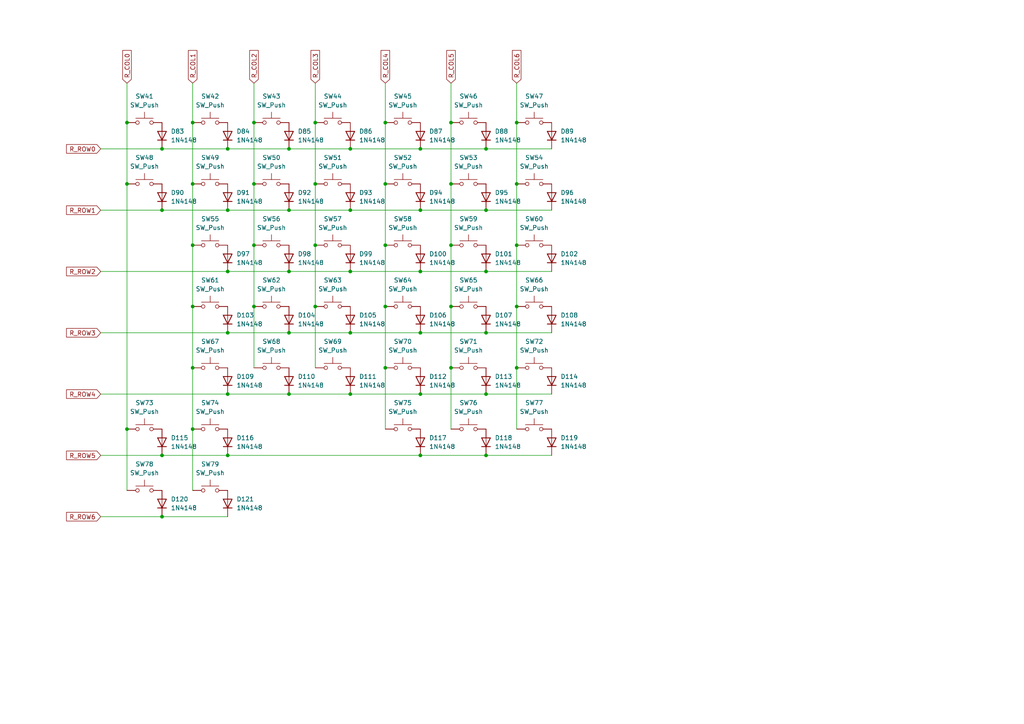
<source format=kicad_sch>
(kicad_sch (version 20250114) (generator "eeschema") (generator_version "9.0")
  (paper "A4")
  (lib_symbols
    (symbol "Diode:1N4148" (pin_numbers (hide yes)) (pin_names (hide yes))
      (property "Reference" "D" (at 0 2.54 0))
      (property "Value" "1N4148" (at 0 -2.54 0))
      (symbol "1N4148_0_1"
        (polyline (pts (xy -1.27 1.27) (xy -1.27 -1.27)) (stroke (width 0.254)))
        (polyline (pts (xy 1.27 1.27) (xy 1.27 -1.27) (xy -1.27 0) (xy 1.27 1.27)) (stroke (width 0.254)))
        (polyline (pts (xy 1.27 0) (xy -1.27 0)))
      )
      (symbol "1N4148_1_1"
        (pin passive line (at -3.81 0 0) (length 2.54) (name "K") (number "1"))
        (pin passive line (at 3.81 0 180) (length 2.54) (name "A") (number "2"))
      )
    )
    (symbol "Switch:SW_Push" (pin_numbers (hide yes)) (pin_names (offset 1.016) (hide yes))
      (property "Reference" "SW" (at 1.27 2.54 0))
      (property "Value" "SW_Push" (at 0 -1.524 0))
      (symbol "SW_Push_0_1"
        (circle (center -2.032 0) (radius 0.508))
        (polyline (pts (xy 0 1.27) (xy 0 3.048)))
        (circle (center 2.032 0) (radius 0.508))
        (polyline (pts (xy 2.54 1.27) (xy -2.54 1.27)))
        (pin passive line (at -5.08 0 0) (length 2.54) (name "1") (number "1"))
        (pin passive line (at 5.08 0 180) (length 2.54) (name "2") (number "2"))
      )
    )
  )
  (junction (at 55.88 106.68))
  (junction (at 55.88 124.46))
  (junction (at 46.99 149.86))
  (junction (at 101.6 78.74))
  (junction (at 130.81 88.9))
  (junction (at 130.81 35.56))
  (junction (at 111.76 106.68))
  (junction (at 91.44 88.9))
  (junction (at 55.88 71.12))
  (junction (at 91.44 53.34))
  (junction (at 46.99 43.18))
  (junction (at 73.66 35.56))
  (junction (at 83.82 78.74))
  (junction (at 111.76 35.56))
  (junction (at 121.92 78.74))
  (junction (at 121.92 132.08))
  (junction (at 66.04 43.18))
  (junction (at 149.86 53.34))
  (junction (at 111.76 71.12))
  (junction (at 66.04 60.96))
  (junction (at 111.76 88.9))
  (junction (at 46.99 60.96))
  (junction (at 83.82 114.3))
  (junction (at 66.04 132.08))
  (junction (at 140.97 114.3))
  (junction (at 46.99 132.08))
  (junction (at 130.81 53.34))
  (junction (at 140.97 132.08))
  (junction (at 121.92 96.52))
  (junction (at 36.83 35.56))
  (junction (at 101.6 114.3))
  (junction (at 66.04 96.52))
  (junction (at 73.66 71.12))
  (junction (at 83.82 96.52))
  (junction (at 101.6 96.52))
  (junction (at 66.04 114.3))
  (junction (at 149.86 106.68))
  (junction (at 91.44 35.56))
  (junction (at 55.88 53.34))
  (junction (at 36.83 124.46))
  (junction (at 140.97 43.18))
  (junction (at 101.6 43.18))
  (junction (at 149.86 71.12))
  (junction (at 130.81 106.68))
  (junction (at 111.76 53.34))
  (junction (at 140.97 78.74))
  (junction (at 149.86 88.9))
  (junction (at 55.88 35.56))
  (junction (at 36.83 53.34))
  (junction (at 73.66 88.9))
  (junction (at 140.97 96.52))
  (junction (at 73.66 53.34))
  (junction (at 149.86 35.56))
  (junction (at 121.92 114.3))
  (junction (at 121.92 60.96))
  (junction (at 121.92 43.18))
  (junction (at 66.04 78.74))
  (junction (at 83.82 60.96))
  (junction (at 101.6 60.96))
  (junction (at 91.44 71.12))
  (junction (at 130.81 71.12))
  (junction (at 140.97 60.96))
  (junction (at 55.88 88.9))
  (junction (at 83.82 43.18))
  (wire (pts (xy 55.88 124.46) (xy 55.88 142.24)))
  (wire (pts (xy 66.04 96.52) (xy 83.82 96.52)))
  (wire (pts (xy 111.76 53.34) (xy 111.76 71.12)))
  (wire (pts (xy 55.88 71.12) (xy 55.88 88.9)))
  (wire (pts (xy 121.92 43.18) (xy 140.97 43.18)))
  (wire (pts (xy 36.83 124.46) (xy 36.83 142.24)))
  (wire (pts (xy 149.86 88.9) (xy 149.86 106.68)))
  (wire (pts (xy 130.81 71.12) (xy 130.81 88.9)))
  (wire (pts (xy 130.81 88.9) (xy 130.81 106.68)))
  (wire (pts (xy 46.99 60.96) (xy 66.04 60.96)))
  (wire (pts (xy 111.76 71.12) (xy 111.76 88.9)))
  (wire (pts (xy 83.82 60.96) (xy 101.6 60.96)))
  (wire (pts (xy 83.82 96.52) (xy 101.6 96.52)))
  (wire (pts (xy 36.83 53.34) (xy 36.83 124.46)))
  (wire (pts (xy 130.81 24.13) (xy 130.81 35.56)))
  (wire (pts (xy 111.76 24.13) (xy 111.76 35.56)))
  (wire (pts (xy 101.6 114.3) (xy 121.92 114.3)))
  (wire (pts (xy 149.86 71.12) (xy 149.86 88.9)))
  (wire (pts (xy 73.66 88.9) (xy 73.66 106.68)))
  (wire (pts (xy 140.97 114.3) (xy 160.02 114.3)))
  (wire (pts (xy 29.21 60.96) (xy 46.99 60.96)))
  (wire (pts (xy 66.04 60.96) (xy 83.82 60.96)))
  (wire (pts (xy 36.83 35.56) (xy 36.83 53.34)))
  (wire (pts (xy 29.21 149.86) (xy 46.99 149.86)))
  (wire (pts (xy 121.92 114.3) (xy 140.97 114.3)))
  (wire (pts (xy 121.92 96.52) (xy 140.97 96.52)))
  (wire (pts (xy 73.66 53.34) (xy 73.66 71.12)))
  (wire (pts (xy 29.21 114.3) (xy 66.04 114.3)))
  (wire (pts (xy 91.44 71.12) (xy 91.44 88.9)))
  (wire (pts (xy 66.04 43.18) (xy 83.82 43.18)))
  (wire (pts (xy 46.99 149.86) (xy 66.04 149.86)))
  (wire (pts (xy 73.66 71.12) (xy 73.66 88.9)))
  (wire (pts (xy 140.97 43.18) (xy 160.02 43.18)))
  (wire (pts (xy 29.21 78.74) (xy 66.04 78.74)))
  (wire (pts (xy 130.81 106.68) (xy 130.81 124.46)))
  (wire (pts (xy 55.88 88.9) (xy 55.88 106.68)))
  (wire (pts (xy 29.21 96.52) (xy 66.04 96.52)))
  (wire (pts (xy 55.88 35.56) (xy 55.88 53.34)))
  (wire (pts (xy 46.99 132.08) (xy 66.04 132.08)))
  (wire (pts (xy 83.82 43.18) (xy 101.6 43.18)))
  (wire (pts (xy 55.88 53.34) (xy 55.88 71.12)))
  (wire (pts (xy 83.82 78.74) (xy 101.6 78.74)))
  (wire (pts (xy 121.92 132.08) (xy 140.97 132.08)))
  (wire (pts (xy 130.81 53.34) (xy 130.81 71.12)))
  (wire (pts (xy 66.04 132.08) (xy 121.92 132.08)))
  (wire (pts (xy 140.97 78.74) (xy 160.02 78.74)))
  (wire (pts (xy 101.6 96.52) (xy 121.92 96.52)))
  (wire (pts (xy 46.99 43.18) (xy 66.04 43.18)))
  (wire (pts (xy 130.81 35.56) (xy 130.81 53.34)))
  (wire (pts (xy 149.86 24.13) (xy 149.86 35.56)))
  (wire (pts (xy 149.86 35.56) (xy 149.86 53.34)))
  (wire (pts (xy 55.88 106.68) (xy 55.88 124.46)))
  (wire (pts (xy 121.92 78.74) (xy 140.97 78.74)))
  (wire (pts (xy 66.04 78.74) (xy 83.82 78.74)))
  (wire (pts (xy 29.21 132.08) (xy 46.99 132.08)))
  (wire (pts (xy 140.97 60.96) (xy 160.02 60.96)))
  (wire (pts (xy 55.88 24.13) (xy 55.88 35.56)))
  (wire (pts (xy 140.97 132.08) (xy 160.02 132.08)))
  (wire (pts (xy 29.21 43.18) (xy 46.99 43.18)))
  (wire (pts (xy 149.86 53.34) (xy 149.86 71.12)))
  (wire (pts (xy 111.76 88.9) (xy 111.76 106.68)))
  (wire (pts (xy 91.44 24.13) (xy 91.44 35.56)))
  (wire (pts (xy 83.82 114.3) (xy 101.6 114.3)))
  (wire (pts (xy 111.76 35.56) (xy 111.76 53.34)))
  (wire (pts (xy 66.04 114.3) (xy 83.82 114.3)))
  (wire (pts (xy 36.83 24.13) (xy 36.83 35.56)))
  (wire (pts (xy 101.6 78.74) (xy 121.92 78.74)))
  (wire (pts (xy 73.66 24.13) (xy 73.66 35.56)))
  (wire (pts (xy 101.6 60.96) (xy 121.92 60.96)))
  (wire (pts (xy 121.92 60.96) (xy 140.97 60.96)))
  (wire (pts (xy 91.44 35.56) (xy 91.44 53.34)))
  (wire (pts (xy 91.44 53.34) (xy 91.44 71.12)))
  (wire (pts (xy 101.6 43.18) (xy 121.92 43.18)))
  (wire (pts (xy 91.44 88.9) (xy 91.44 106.68)))
  (wire (pts (xy 149.86 106.68) (xy 149.86 124.46)))
  (wire (pts (xy 140.97 96.52) (xy 160.02 96.52)))
  (wire (pts (xy 73.66 35.56) (xy 73.66 53.34)))
  (wire (pts (xy 111.76 106.68) (xy 111.76 124.46)))
  (global_label "R_ROW1" (shape input) (at 29.21 60.96 180) (property "Intersheetrefs" "${INTERSHEET_REFS}" (effects (hide yes))))
  (global_label "R_ROW6" (shape input) (at 29.21 149.86 180) (property "Intersheetrefs" "${INTERSHEET_REFS}" (effects (hide yes))))
  (global_label "R_ROW5" (shape input) (at 29.21 132.08 180) (property "Intersheetrefs" "${INTERSHEET_REFS}" (effects (hide yes))))
  (global_label "R_ROW4" (shape input) (at 29.21 114.3 180) (property "Intersheetrefs" "${INTERSHEET_REFS}" (effects (hide yes))))
  (global_label "R_ROW0" (shape input) (at 29.21 43.18 180) (property "Intersheetrefs" "${INTERSHEET_REFS}" (effects (hide yes))))
  (global_label "R_COL2" (shape input) (at 73.66 24.13 90) (property "Intersheetrefs" "${INTERSHEET_REFS}" (effects (hide yes))))
  (global_label "R_COL5" (shape input) (at 130.81 24.13 90) (property "Intersheetrefs" "${INTERSHEET_REFS}" (effects (hide yes))))
  (global_label "R_COL1" (shape input) (at 55.88 24.13 90) (property "Intersheetrefs" "${INTERSHEET_REFS}" (effects (hide yes))))
  (global_label "R_COL0" (shape input) (at 36.83 24.13 90) (property "Intersheetrefs" "${INTERSHEET_REFS}" (effects (hide yes))))
  (global_label "R_COL3" (shape input) (at 91.44 24.13 90) (property "Intersheetrefs" "${INTERSHEET_REFS}" (effects (hide yes))))
  (global_label "R_ROW3" (shape input) (at 29.21 96.52 180) (property "Intersheetrefs" "${INTERSHEET_REFS}" (effects (hide yes))))
  (global_label "R_COL4" (shape input) (at 111.76 24.13 90) (property "Intersheetrefs" "${INTERSHEET_REFS}" (effects (hide yes))))
  (global_label "R_COL6" (shape input) (at 149.86 24.13 90) (property "Intersheetrefs" "${INTERSHEET_REFS}" (effects (hide yes))))
  (global_label "R_ROW2" (shape input) (at 29.21 78.74 180) (property "Intersheetrefs" "${INTERSHEET_REFS}" (effects (hide yes))))
  (symbol (lib_id "Diode:1N4148") (at 46.99 146.05 90) (unit 1)
    (property "Reference" "D120" (at 49.53 144.7799 90) (effects (justify right)))
    (property "Value" "1N4148" (at 49.53 147.3199 90) (effects (justify right)))
    (property "Footprint" "Diode_THT:D_DO-35_SOD27_P7.62mm_Horizontal" (effects (hide yes)))
    (property "Datasheet" "https://assets.nexperia.com/documents/data-sheet/1N4148_1N4448.pdf" (effects (hide yes)))
    (property "Description" "100V 0.15A standard switching diode, DO-35" (effects (hide yes)))
    (property "Sim.Device" "D" (effects (hide yes)))
    (property "Sim.Pins" "1=K 2=A" (effects (hide yes)))
  )
  (symbol (lib_id "Switch:SW_Push") (at 96.52 35.56 0) (unit 1)
    (property "Reference" "SW44" (at 96.52 27.94 0))
    (property "Value" "SW_Push" (at 96.52 30.48 0))
    (property "Footprint" "PCM_marbastlib-xp-gateron_lp:SW_KS33_HS_KS-2P02B01-02_HS_1u" (effects (hide yes)))
    (property "Description" "Push button switch, generic, two pins" (effects (hide yes)))
  )
  (symbol (lib_id "Diode:1N4148") (at 46.99 57.15 90) (unit 1)
    (property "Reference" "D90" (at 49.53 55.8799 90) (effects (justify right)))
    (property "Value" "1N4148" (at 49.53 58.4199 90) (effects (justify right)))
    (property "Footprint" "Diode_THT:D_DO-35_SOD27_P7.62mm_Horizontal" (effects (hide yes)))
    (property "Datasheet" "https://assets.nexperia.com/documents/data-sheet/1N4148_1N4448.pdf" (effects (hide yes)))
    (property "Description" "100V 0.15A standard switching diode, DO-35" (effects (hide yes)))
    (property "Sim.Device" "D" (effects (hide yes)))
    (property "Sim.Pins" "1=K 2=A" (effects (hide yes)))
  )
  (symbol (lib_id "Diode:1N4148") (at 140.97 92.71 90) (unit 1)
    (property "Reference" "D107" (at 143.51 91.4399 90) (effects (justify right)))
    (property "Value" "1N4148" (at 143.51 93.9799 90) (effects (justify right)))
    (property "Footprint" "Diode_THT:D_DO-35_SOD27_P7.62mm_Horizontal" (effects (hide yes)))
    (property "Datasheet" "https://assets.nexperia.com/documents/data-sheet/1N4148_1N4448.pdf" (effects (hide yes)))
    (property "Description" "100V 0.15A standard switching diode, DO-35" (effects (hide yes)))
    (property "Sim.Device" "D" (effects (hide yes)))
    (property "Sim.Pins" "1=K 2=A" (effects (hide yes)))
  )
  (symbol (lib_id "Diode:1N4148") (at 101.6 39.37 90) (unit 1)
    (property "Reference" "D86" (at 104.14 38.0999 90) (effects (justify right)))
    (property "Value" "1N4148" (at 104.14 40.6399 90) (effects (justify right)))
    (property "Footprint" "Diode_THT:D_DO-35_SOD27_P7.62mm_Horizontal" (effects (hide yes)))
    (property "Datasheet" "https://assets.nexperia.com/documents/data-sheet/1N4148_1N4448.pdf" (effects (hide yes)))
    (property "Description" "100V 0.15A standard switching diode, DO-35" (effects (hide yes)))
    (property "Sim.Device" "D" (effects (hide yes)))
    (property "Sim.Pins" "1=K 2=A" (effects (hide yes)))
  )
  (symbol (lib_id "Switch:SW_Push") (at 116.84 35.56 0) (unit 1)
    (property "Reference" "SW45" (at 116.84 27.94 0))
    (property "Value" "SW_Push" (at 116.84 30.48 0))
    (property "Footprint" "PCM_marbastlib-xp-gateron_lp:SW_KS33_HS_KS-2P02B01-02_HS_1u" (effects (hide yes)))
    (property "Description" "Push button switch, generic, two pins" (effects (hide yes)))
  )
  (symbol (lib_id "Switch:SW_Push") (at 135.89 71.12 0) (unit 1)
    (property "Reference" "SW59" (at 135.89 63.5 0))
    (property "Value" "SW_Push" (at 135.89 66.04 0))
    (property "Footprint" "PCM_marbastlib-xp-gateron_lp:SW_KS33_HS_KS-2P02B01-02_HS_1u" (effects (hide yes)))
    (property "Description" "Push button switch, generic, two pins" (effects (hide yes)))
  )
  (symbol (lib_id "Switch:SW_Push") (at 96.52 71.12 0) (unit 1)
    (property "Reference" "SW57" (at 96.52 63.5 0))
    (property "Value" "SW_Push" (at 96.52 66.04 0))
    (property "Footprint" "PCM_marbastlib-xp-gateron_lp:SW_KS33_HS_KS-2P02B01-02_HS_1u" (effects (hide yes)))
    (property "Description" "Push button switch, generic, two pins" (effects (hide yes)))
  )
  (symbol (lib_id "Diode:1N4148") (at 160.02 57.15 90) (unit 1)
    (property "Reference" "D96" (at 162.56 55.8799 90) (effects (justify right)))
    (property "Value" "1N4148" (at 162.56 58.4199 90) (effects (justify right)))
    (property "Footprint" "Diode_THT:D_DO-35_SOD27_P7.62mm_Horizontal" (effects (hide yes)))
    (property "Datasheet" "https://assets.nexperia.com/documents/data-sheet/1N4148_1N4448.pdf" (effects (hide yes)))
    (property "Description" "100V 0.15A standard switching diode, DO-35" (effects (hide yes)))
    (property "Sim.Device" "D" (effects (hide yes)))
    (property "Sim.Pins" "1=K 2=A" (effects (hide yes)))
  )
  (symbol (lib_id "Diode:1N4148") (at 66.04 110.49 90) (unit 1)
    (property "Reference" "D109" (at 68.58 109.2199 90) (effects (justify right)))
    (property "Value" "1N4148" (at 68.58 111.7599 90) (effects (justify right)))
    (property "Footprint" "Diode_THT:D_DO-35_SOD27_P7.62mm_Horizontal" (effects (hide yes)))
    (property "Datasheet" "https://assets.nexperia.com/documents/data-sheet/1N4148_1N4448.pdf" (effects (hide yes)))
    (property "Description" "100V 0.15A standard switching diode, DO-35" (effects (hide yes)))
    (property "Sim.Device" "D" (effects (hide yes)))
    (property "Sim.Pins" "1=K 2=A" (effects (hide yes)))
  )
  (symbol (lib_id "Diode:1N4148") (at 160.02 110.49 90) (unit 1)
    (property "Reference" "D114" (at 162.56 109.2199 90) (effects (justify right)))
    (property "Value" "1N4148" (at 162.56 111.7599 90) (effects (justify right)))
    (property "Footprint" "Diode_THT:D_DO-35_SOD27_P7.62mm_Horizontal" (effects (hide yes)))
    (property "Datasheet" "https://assets.nexperia.com/documents/data-sheet/1N4148_1N4448.pdf" (effects (hide yes)))
    (property "Description" "100V 0.15A standard switching diode, DO-35" (effects (hide yes)))
    (property "Sim.Device" "D" (effects (hide yes)))
    (property "Sim.Pins" "1=K 2=A" (effects (hide yes)))
  )
  (symbol (lib_id "Switch:SW_Push") (at 116.84 53.34 0) (unit 1)
    (property "Reference" "SW52" (at 116.84 45.72 0))
    (property "Value" "SW_Push" (at 116.84 48.26 0))
    (property "Footprint" "PCM_marbastlib-xp-gateron_lp:SW_KS33_HS_KS-2P02B01-02_HS_1u" (effects (hide yes)))
    (property "Description" "Push button switch, generic, two pins" (effects (hide yes)))
  )
  (symbol (lib_id "Diode:1N4148") (at 101.6 110.49 90) (unit 1)
    (property "Reference" "D111" (at 104.14 109.2199 90) (effects (justify right)))
    (property "Value" "1N4148" (at 104.14 111.7599 90) (effects (justify right)))
    (property "Footprint" "Diode_THT:D_DO-35_SOD27_P7.62mm_Horizontal" (effects (hide yes)))
    (property "Datasheet" "https://assets.nexperia.com/documents/data-sheet/1N4148_1N4448.pdf" (effects (hide yes)))
    (property "Description" "100V 0.15A standard switching diode, DO-35" (effects (hide yes)))
    (property "Sim.Device" "D" (effects (hide yes)))
    (property "Sim.Pins" "1=K 2=A" (effects (hide yes)))
  )
  (symbol (lib_id "Switch:SW_Push") (at 96.52 88.9 0) (unit 1)
    (property "Reference" "SW63" (at 96.52 81.28 0))
    (property "Value" "SW_Push" (at 96.52 83.82 0))
    (property "Footprint" "PCM_marbastlib-xp-gateron_lp:SW_KS33_HS_KS-2P02B01-02_HS_1u" (effects (hide yes)))
    (property "Description" "Push button switch, generic, two pins" (effects (hide yes)))
  )
  (symbol (lib_id "Switch:SW_Push") (at 78.74 88.9 0) (unit 1)
    (property "Reference" "SW62" (at 78.74 81.28 0))
    (property "Value" "SW_Push" (at 78.74 83.82 0))
    (property "Footprint" "PCM_marbastlib-xp-gateron_lp:SW_KS33_HS_KS-2P02B01-02_HS_1u" (effects (hide yes)))
    (property "Description" "Push button switch, generic, two pins" (effects (hide yes)))
  )
  (symbol (lib_id "Switch:SW_Push") (at 41.91 142.24 0) (unit 1)
    (property "Reference" "SW78" (at 41.91 134.62 0))
    (property "Value" "SW_Push" (at 41.91 137.16 0))
    (property "Footprint" "PCM_marbastlib-xp-gateron_lp:SW_KS33_HS_KS-2P02B01-02_1.75u" (effects (hide yes)))
    (property "Description" "Push button switch, generic, two pins" (effects (hide yes)))
  )
  (symbol (lib_id "Diode:1N4148") (at 101.6 92.71 90) (unit 1)
    (property "Reference" "D105" (at 104.14 91.4399 90) (effects (justify right)))
    (property "Value" "1N4148" (at 104.14 93.9799 90) (effects (justify right)))
    (property "Footprint" "Diode_THT:D_DO-35_SOD27_P7.62mm_Horizontal" (effects (hide yes)))
    (property "Datasheet" "https://assets.nexperia.com/documents/data-sheet/1N4148_1N4448.pdf" (effects (hide yes)))
    (property "Description" "100V 0.15A standard switching diode, DO-35" (effects (hide yes)))
    (property "Sim.Device" "D" (effects (hide yes)))
    (property "Sim.Pins" "1=K 2=A" (effects (hide yes)))
  )
  (symbol (lib_id "Diode:1N4148") (at 121.92 57.15 90) (unit 1)
    (property "Reference" "D94" (at 124.46 55.8799 90) (effects (justify right)))
    (property "Value" "1N4148" (at 124.46 58.4199 90) (effects (justify right)))
    (property "Footprint" "Diode_THT:D_DO-35_SOD27_P7.62mm_Horizontal" (effects (hide yes)))
    (property "Datasheet" "https://assets.nexperia.com/documents/data-sheet/1N4148_1N4448.pdf" (effects (hide yes)))
    (property "Description" "100V 0.15A standard switching diode, DO-35" (effects (hide yes)))
    (property "Sim.Device" "D" (effects (hide yes)))
    (property "Sim.Pins" "1=K 2=A" (effects (hide yes)))
  )
  (symbol (lib_id "Diode:1N4148") (at 121.92 110.49 90) (unit 1)
    (property "Reference" "D112" (at 124.46 109.2199 90) (effects (justify right)))
    (property "Value" "1N4148" (at 124.46 111.7599 90) (effects (justify right)))
    (property "Footprint" "Diode_THT:D_DO-35_SOD27_P7.62mm_Horizontal" (effects (hide yes)))
    (property "Datasheet" "https://assets.nexperia.com/documents/data-sheet/1N4148_1N4448.pdf" (effects (hide yes)))
    (property "Description" "100V 0.15A standard switching diode, DO-35" (effects (hide yes)))
    (property "Sim.Device" "D" (effects (hide yes)))
    (property "Sim.Pins" "1=K 2=A" (effects (hide yes)))
  )
  (symbol (lib_id "Diode:1N4148") (at 121.92 39.37 90) (unit 1)
    (property "Reference" "D87" (at 124.46 38.0999 90) (effects (justify right)))
    (property "Value" "1N4148" (at 124.46 40.6399 90) (effects (justify right)))
    (property "Footprint" "Diode_THT:D_DO-35_SOD27_P7.62mm_Horizontal" (effects (hide yes)))
    (property "Datasheet" "https://assets.nexperia.com/documents/data-sheet/1N4148_1N4448.pdf" (effects (hide yes)))
    (property "Description" "100V 0.15A standard switching diode, DO-35" (effects (hide yes)))
    (property "Sim.Device" "D" (effects (hide yes)))
    (property "Sim.Pins" "1=K 2=A" (effects (hide yes)))
  )
  (symbol (lib_id "Switch:SW_Push") (at 135.89 88.9 0) (unit 1)
    (property "Reference" "SW65" (at 135.89 81.28 0))
    (property "Value" "SW_Push" (at 135.89 83.82 0))
    (property "Footprint" "PCM_marbastlib-xp-gateron_lp:SW_KS33_HS_KS-2P02B01-02_HS_1u" (effects (hide yes)))
    (property "Description" "Push button switch, generic, two pins" (effects (hide yes)))
  )
  (symbol (lib_id "Switch:SW_Push") (at 116.84 71.12 0) (unit 1)
    (property "Reference" "SW58" (at 116.84 63.5 0))
    (property "Value" "SW_Push" (at 116.84 66.04 0))
    (property "Footprint" "PCM_marbastlib-xp-gateron_lp:SW_KS33_HS_KS-2P02B01-02_HS_1u" (effects (hide yes)))
    (property "Description" "Push button switch, generic, two pins" (effects (hide yes)))
  )
  (symbol (lib_id "Diode:1N4148") (at 121.92 74.93 90) (unit 1)
    (property "Reference" "D100" (at 124.46 73.6599 90) (effects (justify right)))
    (property "Value" "1N4148" (at 124.46 76.1999 90) (effects (justify right)))
    (property "Footprint" "Diode_THT:D_DO-35_SOD27_P7.62mm_Horizontal" (effects (hide yes)))
    (property "Datasheet" "https://assets.nexperia.com/documents/data-sheet/1N4148_1N4448.pdf" (effects (hide yes)))
    (property "Description" "100V 0.15A standard switching diode, DO-35" (effects (hide yes)))
    (property "Sim.Device" "D" (effects (hide yes)))
    (property "Sim.Pins" "1=K 2=A" (effects (hide yes)))
  )
  (symbol (lib_id "Switch:SW_Push") (at 135.89 35.56 0) (unit 1)
    (property "Reference" "SW46" (at 135.89 27.94 0))
    (property "Value" "SW_Push" (at 135.89 30.48 0))
    (property "Footprint" "PCM_marbastlib-xp-gateron_lp:SW_KS33_HS_KS-2P02B01-02_HS_1u" (effects (hide yes)))
    (property "Description" "Push button switch, generic, two pins" (effects (hide yes)))
  )
  (symbol (lib_id "Switch:SW_Push") (at 154.94 124.46 0) (unit 1)
    (property "Reference" "SW77" (at 154.94 116.84 0))
    (property "Value" "SW_Push" (at 154.94 119.38 0))
    (property "Footprint" "PCM_marbastlib-xp-gateron_lp:SW_KS33_HS_KS-2P02B01-02_1.25u" (effects (hide yes)))
    (property "Description" "Push button switch, generic, two pins" (effects (hide yes)))
  )
  (symbol (lib_id "Diode:1N4148") (at 66.04 92.71 90) (unit 1)
    (property "Reference" "D103" (at 68.58 91.4399 90) (effects (justify right)))
    (property "Value" "1N4148" (at 68.58 93.9799 90) (effects (justify right)))
    (property "Footprint" "Diode_THT:D_DO-35_SOD27_P7.62mm_Horizontal" (effects (hide yes)))
    (property "Datasheet" "https://assets.nexperia.com/documents/data-sheet/1N4148_1N4448.pdf" (effects (hide yes)))
    (property "Description" "100V 0.15A standard switching diode, DO-35" (effects (hide yes)))
    (property "Sim.Device" "D" (effects (hide yes)))
    (property "Sim.Pins" "1=K 2=A" (effects (hide yes)))
  )
  (symbol (lib_id "Diode:1N4148") (at 140.97 39.37 90) (unit 1)
    (property "Reference" "D88" (at 143.51 38.0999 90) (effects (justify right)))
    (property "Value" "1N4148" (at 143.51 40.6399 90) (effects (justify right)))
    (property "Footprint" "Diode_THT:D_DO-35_SOD27_P7.62mm_Horizontal" (effects (hide yes)))
    (property "Datasheet" "https://assets.nexperia.com/documents/data-sheet/1N4148_1N4448.pdf" (effects (hide yes)))
    (property "Description" "100V 0.15A standard switching diode, DO-35" (effects (hide yes)))
    (property "Sim.Device" "D" (effects (hide yes)))
    (property "Sim.Pins" "1=K 2=A" (effects (hide yes)))
  )
  (symbol (lib_id "Diode:1N4148") (at 140.97 128.27 90) (unit 1)
    (property "Reference" "D118" (at 143.51 126.9999 90) (effects (justify right)))
    (property "Value" "1N4148" (at 143.51 129.5399 90) (effects (justify right)))
    (property "Footprint" "Diode_THT:D_DO-35_SOD27_P7.62mm_Horizontal" (effects (hide yes)))
    (property "Datasheet" "https://assets.nexperia.com/documents/data-sheet/1N4148_1N4448.pdf" (effects (hide yes)))
    (property "Description" "100V 0.15A standard switching diode, DO-35" (effects (hide yes)))
    (property "Sim.Device" "D" (effects (hide yes)))
    (property "Sim.Pins" "1=K 2=A" (effects (hide yes)))
  )
  (symbol (lib_id "Switch:SW_Push") (at 60.96 71.12 0) (unit 1)
    (property "Reference" "SW55" (at 60.96 63.5 0))
    (property "Value" "SW_Push" (at 60.96 66.04 0))
    (property "Footprint" "PCM_marbastlib-xp-gateron_lp:SW_KS33_HS_KS-2P02B01-02_HS_1u" (effects (hide yes)))
    (property "Description" "Push button switch, generic, two pins" (effects (hide yes)))
  )
  (symbol (lib_id "Switch:SW_Push") (at 96.52 53.34 0) (unit 1)
    (property "Reference" "SW51" (at 96.52 45.72 0))
    (property "Value" "SW_Push" (at 96.52 48.26 0))
    (property "Footprint" "PCM_marbastlib-xp-gateron_lp:SW_KS33_HS_KS-2P02B01-02_HS_1u" (effects (hide yes)))
    (property "Description" "Push button switch, generic, two pins" (effects (hide yes)))
  )
  (symbol (lib_id "Diode:1N4148") (at 66.04 39.37 90) (unit 1)
    (property "Reference" "D84" (at 68.58 38.0999 90) (effects (justify right)))
    (property "Value" "1N4148" (at 68.58 40.6399 90) (effects (justify right)))
    (property "Footprint" "Diode_THT:D_DO-35_SOD27_P7.62mm_Horizontal" (effects (hide yes)))
    (property "Datasheet" "https://assets.nexperia.com/documents/data-sheet/1N4148_1N4448.pdf" (effects (hide yes)))
    (property "Description" "100V 0.15A standard switching diode, DO-35" (effects (hide yes)))
    (property "Sim.Device" "D" (effects (hide yes)))
    (property "Sim.Pins" "1=K 2=A" (effects (hide yes)))
  )
  (symbol (lib_id "Diode:1N4148") (at 66.04 57.15 90) (unit 1)
    (property "Reference" "D91" (at 68.58 55.8799 90) (effects (justify right)))
    (property "Value" "1N4148" (at 68.58 58.4199 90) (effects (justify right)))
    (property "Footprint" "Diode_THT:D_DO-35_SOD27_P7.62mm_Horizontal" (effects (hide yes)))
    (property "Datasheet" "https://assets.nexperia.com/documents/data-sheet/1N4148_1N4448.pdf" (effects (hide yes)))
    (property "Description" "100V 0.15A standard switching diode, DO-35" (effects (hide yes)))
    (property "Sim.Device" "D" (effects (hide yes)))
    (property "Sim.Pins" "1=K 2=A" (effects (hide yes)))
  )
  (symbol (lib_id "Switch:SW_Push") (at 60.96 142.24 0) (unit 1)
    (property "Reference" "SW79" (at 60.96 134.62 0))
    (property "Value" "SW_Push" (at 60.96 137.16 0))
    (property "Footprint" "PCM_marbastlib-xp-gateron_lp:SW_KS33_HS_KS-2P02B01-02_HS_1u" (effects (hide yes)))
    (property "Description" "Push button switch, generic, two pins" (effects (hide yes)))
  )
  (symbol (lib_id "Diode:1N4148") (at 160.02 39.37 90) (unit 1)
    (property "Reference" "D89" (at 162.56 38.0999 90) (effects (justify right)))
    (property "Value" "1N4148" (at 162.56 40.6399 90) (effects (justify right)))
    (property "Footprint" "Diode_THT:D_DO-35_SOD27_P7.62mm_Horizontal" (effects (hide yes)))
    (property "Datasheet" "https://assets.nexperia.com/documents/data-sheet/1N4148_1N4448.pdf" (effects (hide yes)))
    (property "Description" "100V 0.15A standard switching diode, DO-35" (effects (hide yes)))
    (property "Sim.Device" "D" (effects (hide yes)))
    (property "Sim.Pins" "1=K 2=A" (effects (hide yes)))
  )
  (symbol (lib_id "Switch:SW_Push") (at 116.84 124.46 0) (unit 1)
    (property "Reference" "SW75" (at 116.84 116.84 0))
    (property "Value" "SW_Push" (at 116.84 119.38 0))
    (property "Footprint" "PCM_marbastlib-xp-gateron_lp:SW_KS33_HS_KS-2P02B01-02_HS_1u" (effects (hide yes)))
    (property "Description" "Push button switch, generic, two pins" (effects (hide yes)))
  )
  (symbol (lib_id "Diode:1N4148") (at 101.6 57.15 90) (unit 1)
    (property "Reference" "D93" (at 104.14 55.8799 90) (effects (justify right)))
    (property "Value" "1N4148" (at 104.14 58.4199 90) (effects (justify right)))
    (property "Footprint" "Diode_THT:D_DO-35_SOD27_P7.62mm_Horizontal" (effects (hide yes)))
    (property "Datasheet" "https://assets.nexperia.com/documents/data-sheet/1N4148_1N4448.pdf" (effects (hide yes)))
    (property "Description" "100V 0.15A standard switching diode, DO-35" (effects (hide yes)))
    (property "Sim.Device" "D" (effects (hide yes)))
    (property "Sim.Pins" "1=K 2=A" (effects (hide yes)))
  )
  (symbol (lib_id "Diode:1N4148") (at 66.04 74.93 90) (unit 1)
    (property "Reference" "D97" (at 68.58 73.6599 90) (effects (justify right)))
    (property "Value" "1N4148" (at 68.58 76.1999 90) (effects (justify right)))
    (property "Footprint" "Diode_THT:D_DO-35_SOD27_P7.62mm_Horizontal" (effects (hide yes)))
    (property "Datasheet" "https://assets.nexperia.com/documents/data-sheet/1N4148_1N4448.pdf" (effects (hide yes)))
    (property "Description" "100V 0.15A standard switching diode, DO-35" (effects (hide yes)))
    (property "Sim.Device" "D" (effects (hide yes)))
    (property "Sim.Pins" "1=K 2=A" (effects (hide yes)))
  )
  (symbol (lib_id "Switch:SW_Push") (at 116.84 106.68 0) (unit 1)
    (property "Reference" "SW70" (at 116.84 99.06 0))
    (property "Value" "SW_Push" (at 116.84 101.6 0))
    (property "Footprint" "PCM_marbastlib-xp-gateron_lp:SW_KS33_HS_KS-2P02B01-02_HS_1u" (effects (hide yes)))
    (property "Description" "Push button switch, generic, two pins" (effects (hide yes)))
  )
  (symbol (lib_id "Switch:SW_Push") (at 60.96 124.46 0) (unit 1)
    (property "Reference" "SW74" (at 60.96 116.84 0))
    (property "Value" "SW_Push" (at 60.96 119.38 0))
    (property "Footprint" "PCM_marbastlib-xp-gateron_lp:SW_KS33_HS_KS-2P02B01-02_HS_1u" (effects (hide yes)))
    (property "Description" "Push button switch, generic, two pins" (effects (hide yes)))
  )
  (symbol (lib_id "Switch:SW_Push") (at 60.96 88.9 0) (unit 1)
    (property "Reference" "SW61" (at 60.96 81.28 0))
    (property "Value" "SW_Push" (at 60.96 83.82 0))
    (property "Footprint" "PCM_marbastlib-xp-gateron_lp:SW_KS33_HS_KS-2P02B01-02_HS_1u" (effects (hide yes)))
    (property "Description" "Push button switch, generic, two pins" (effects (hide yes)))
  )
  (symbol (lib_id "Switch:SW_Push") (at 78.74 35.56 0) (unit 1)
    (property "Reference" "SW43" (at 78.74 27.94 0))
    (property "Value" "SW_Push" (at 78.74 30.48 0))
    (property "Footprint" "PCM_marbastlib-xp-gateron_lp:SW_KS33_HS_KS-2P02B01-02_HS_1u" (effects (hide yes)))
    (property "Description" "Push button switch, generic, two pins" (effects (hide yes)))
  )
  (symbol (lib_id "Diode:1N4148") (at 46.99 39.37 90) (unit 1)
    (property "Reference" "D83" (at 49.53 38.0999 90) (effects (justify right)))
    (property "Value" "1N4148" (at 49.53 40.6399 90) (effects (justify right)))
    (property "Footprint" "Diode_THT:D_DO-35_SOD27_P7.62mm_Horizontal" (effects (hide yes)))
    (property "Datasheet" "https://assets.nexperia.com/documents/data-sheet/1N4148_1N4448.pdf" (effects (hide yes)))
    (property "Description" "100V 0.15A standard switching diode, DO-35" (effects (hide yes)))
    (property "Sim.Device" "D" (effects (hide yes)))
    (property "Sim.Pins" "1=K 2=A" (effects (hide yes)))
  )
  (symbol (lib_id "Switch:SW_Push") (at 135.89 106.68 0) (unit 1)
    (property "Reference" "SW71" (at 135.89 99.06 0))
    (property "Value" "SW_Push" (at 135.89 101.6 0))
    (property "Footprint" "PCM_marbastlib-xp-gateron_lp:SW_KS33_HS_KS-2P02B01-02_HS_1u" (effects (hide yes)))
    (property "Description" "Push button switch, generic, two pins" (effects (hide yes)))
  )
  (symbol (lib_id "Diode:1N4148") (at 66.04 146.05 90) (unit 1)
    (property "Reference" "D121" (at 68.58 144.7799 90) (effects (justify right)))
    (property "Value" "1N4148" (at 68.58 147.3199 90) (effects (justify right)))
    (property "Footprint" "Diode_THT:D_DO-35_SOD27_P7.62mm_Horizontal" (effects (hide yes)))
    (property "Datasheet" "https://assets.nexperia.com/documents/data-sheet/1N4148_1N4448.pdf" (effects (hide yes)))
    (property "Description" "100V 0.15A standard switching diode, DO-35" (effects (hide yes)))
    (property "Sim.Device" "D" (effects (hide yes)))
    (property "Sim.Pins" "1=K 2=A" (effects (hide yes)))
  )
  (symbol (lib_id "Diode:1N4148") (at 83.82 92.71 90) (unit 1)
    (property "Reference" "D104" (at 86.36 91.4399 90) (effects (justify right)))
    (property "Value" "1N4148" (at 86.36 93.9799 90) (effects (justify right)))
    (property "Footprint" "Diode_THT:D_DO-35_SOD27_P7.62mm_Horizontal" (effects (hide yes)))
    (property "Datasheet" "https://assets.nexperia.com/documents/data-sheet/1N4148_1N4448.pdf" (effects (hide yes)))
    (property "Description" "100V 0.15A standard switching diode, DO-35" (effects (hide yes)))
    (property "Sim.Device" "D" (effects (hide yes)))
    (property "Sim.Pins" "1=K 2=A" (effects (hide yes)))
  )
  (symbol (lib_id "Diode:1N4148") (at 83.82 74.93 90) (unit 1)
    (property "Reference" "D98" (at 86.36 73.6599 90) (effects (justify right)))
    (property "Value" "1N4148" (at 86.36 76.1999 90) (effects (justify right)))
    (property "Footprint" "Diode_THT:D_DO-35_SOD27_P7.62mm_Horizontal" (effects (hide yes)))
    (property "Datasheet" "https://assets.nexperia.com/documents/data-sheet/1N4148_1N4448.pdf" (effects (hide yes)))
    (property "Description" "100V 0.15A standard switching diode, DO-35" (effects (hide yes)))
    (property "Sim.Device" "D" (effects (hide yes)))
    (property "Sim.Pins" "1=K 2=A" (effects (hide yes)))
  )
  (symbol (lib_id "Diode:1N4148") (at 46.99 128.27 90) (unit 1)
    (property "Reference" "D115" (at 49.53 126.9999 90) (effects (justify right)))
    (property "Value" "1N4148" (at 49.53 129.5399 90) (effects (justify right)))
    (property "Footprint" "Diode_THT:D_DO-35_SOD27_P7.62mm_Horizontal" (effects (hide yes)))
    (property "Datasheet" "https://assets.nexperia.com/documents/data-sheet/1N4148_1N4448.pdf" (effects (hide yes)))
    (property "Description" "100V 0.15A standard switching diode, DO-35" (effects (hide yes)))
    (property "Sim.Device" "D" (effects (hide yes)))
    (property "Sim.Pins" "1=K 2=A" (effects (hide yes)))
  )
  (symbol (lib_id "Switch:SW_Push") (at 154.94 106.68 0) (unit 1)
    (property "Reference" "SW72" (at 154.94 99.06 0))
    (property "Value" "SW_Push" (at 154.94 101.6 0))
    (property "Footprint" "PCM_marbastlib-xp-gateron_lp:SW_KS33_HS_KS-2P02B01-02_1.25u" (effects (hide yes)))
    (property "Description" "Push button switch, generic, two pins" (effects (hide yes)))
  )
  (symbol (lib_id "Diode:1N4148") (at 140.97 74.93 90) (unit 1)
    (property "Reference" "D101" (at 143.51 73.6599 90) (effects (justify right)))
    (property "Value" "1N4148" (at 143.51 76.1999 90) (effects (justify right)))
    (property "Footprint" "Diode_THT:D_DO-35_SOD27_P7.62mm_Horizontal" (effects (hide yes)))
    (property "Datasheet" "https://assets.nexperia.com/documents/data-sheet/1N4148_1N4448.pdf" (effects (hide yes)))
    (property "Description" "100V 0.15A standard switching diode, DO-35" (effects (hide yes)))
    (property "Sim.Device" "D" (effects (hide yes)))
    (property "Sim.Pins" "1=K 2=A" (effects (hide yes)))
  )
  (symbol (lib_id "Switch:SW_Push") (at 116.84 88.9 0) (unit 1)
    (property "Reference" "SW64" (at 116.84 81.28 0))
    (property "Value" "SW_Push" (at 116.84 83.82 0))
    (property "Footprint" "PCM_marbastlib-xp-gateron_lp:SW_KS33_HS_KS-2P02B01-02_HS_1u" (effects (hide yes)))
    (property "Description" "Push button switch, generic, two pins" (effects (hide yes)))
  )
  (symbol (lib_id "Switch:SW_Push") (at 41.91 124.46 0) (unit 1)
    (property "Reference" "SW73" (at 41.91 116.84 0))
    (property "Value" "SW_Push" (at 41.91 119.38 0))
    (property "Footprint" "PCM_marbastlib-xp-gateron_lp:SW_KS33_HS_KS-2P02B01-02_1.75u" (effects (hide yes)))
    (property "Description" "Push button switch, generic, two pins" (effects (hide yes)))
  )
  (symbol (lib_id "Diode:1N4148") (at 160.02 74.93 90) (unit 1)
    (property "Reference" "D102" (at 162.56 73.6599 90) (effects (justify right)))
    (property "Value" "1N4148" (at 162.56 76.1999 90) (effects (justify right)))
    (property "Footprint" "Diode_THT:D_DO-35_SOD27_P7.62mm_Horizontal" (effects (hide yes)))
    (property "Datasheet" "https://assets.nexperia.com/documents/data-sheet/1N4148_1N4448.pdf" (effects (hide yes)))
    (property "Description" "100V 0.15A standard switching diode, DO-35" (effects (hide yes)))
    (property "Sim.Device" "D" (effects (hide yes)))
    (property "Sim.Pins" "1=K 2=A" (effects (hide yes)))
  )
  (symbol (lib_id "Switch:SW_Push") (at 154.94 71.12 0) (unit 1)
    (property "Reference" "SW60" (at 154.94 63.5 0))
    (property "Value" "SW_Push" (at 154.94 66.04 0))
    (property "Footprint" "PCM_marbastlib-xp-gateron_lp:SW_KS33_HS_KS-2P02B01-02_1.25u" (effects (hide yes)))
    (property "Description" "Push button switch, generic, two pins" (effects (hide yes)))
  )
  (symbol (lib_id "Switch:SW_Push") (at 78.74 106.68 0) (unit 1)
    (property "Reference" "SW68" (at 78.74 99.06 0))
    (property "Value" "SW_Push" (at 78.74 101.6 0))
    (property "Footprint" "PCM_marbastlib-xp-gateron_lp:SW_KS33_HS_KS-2P02B01-02_HS_1u" (effects (hide yes)))
    (property "Description" "Push button switch, generic, two pins" (effects (hide yes)))
  )
  (symbol (lib_id "Diode:1N4148") (at 121.92 92.71 90) (unit 1)
    (property "Reference" "D106" (at 124.46 91.4399 90) (effects (justify right)))
    (property "Value" "1N4148" (at 124.46 93.9799 90) (effects (justify right)))
    (property "Footprint" "Diode_THT:D_DO-35_SOD27_P7.62mm_Horizontal" (effects (hide yes)))
    (property "Datasheet" "https://assets.nexperia.com/documents/data-sheet/1N4148_1N4448.pdf" (effects (hide yes)))
    (property "Description" "100V 0.15A standard switching diode, DO-35" (effects (hide yes)))
    (property "Sim.Device" "D" (effects (hide yes)))
    (property "Sim.Pins" "1=K 2=A" (effects (hide yes)))
  )
  (symbol (lib_id "Switch:SW_Push") (at 135.89 53.34 0) (unit 1)
    (property "Reference" "SW53" (at 135.89 45.72 0))
    (property "Value" "SW_Push" (at 135.89 48.26 0))
    (property "Footprint" "PCM_marbastlib-xp-gateron_lp:SW_KS33_HS_KS-2P02B01-02_HS_1u" (effects (hide yes)))
    (property "Description" "Push button switch, generic, two pins" (effects (hide yes)))
  )
  (symbol (lib_id "Diode:1N4148") (at 83.82 57.15 90) (unit 1)
    (property "Reference" "D92" (at 86.36 55.8799 90) (effects (justify right)))
    (property "Value" "1N4148" (at 86.36 58.4199 90) (effects (justify right)))
    (property "Footprint" "Diode_THT:D_DO-35_SOD27_P7.62mm_Horizontal" (effects (hide yes)))
    (property "Datasheet" "https://assets.nexperia.com/documents/data-sheet/1N4148_1N4448.pdf" (effects (hide yes)))
    (property "Description" "100V 0.15A standard switching diode, DO-35" (effects (hide yes)))
    (property "Sim.Device" "D" (effects (hide yes)))
    (property "Sim.Pins" "1=K 2=A" (effects (hide yes)))
  )
  (symbol (lib_id "Diode:1N4148") (at 101.6 74.93 90) (unit 1)
    (property "Reference" "D99" (at 104.14 73.6599 90) (effects (justify right)))
    (property "Value" "1N4148" (at 104.14 76.1999 90) (effects (justify right)))
    (property "Footprint" "Diode_THT:D_DO-35_SOD27_P7.62mm_Horizontal" (effects (hide yes)))
    (property "Datasheet" "https://assets.nexperia.com/documents/data-sheet/1N4148_1N4448.pdf" (effects (hide yes)))
    (property "Description" "100V 0.15A standard switching diode, DO-35" (effects (hide yes)))
    (property "Sim.Device" "D" (effects (hide yes)))
    (property "Sim.Pins" "1=K 2=A" (effects (hide yes)))
  )
  (symbol (lib_id "Switch:SW_Push") (at 154.94 88.9 0) (unit 1)
    (property "Reference" "SW66" (at 154.94 81.28 0))
    (property "Value" "SW_Push" (at 154.94 83.82 0))
    (property "Footprint" "PCM_marbastlib-xp-gateron_lp:SW_KS33_HS_KS-2P02B01-02_1.25u" (effects (hide yes)))
    (property "Description" "Push button switch, generic, two pins" (effects (hide yes)))
  )
  (symbol (lib_id "Diode:1N4148") (at 160.02 128.27 90) (unit 1)
    (property "Reference" "D119" (at 162.56 126.9999 90) (effects (justify right)))
    (property "Value" "1N4148" (at 162.56 129.5399 90) (effects (justify right)))
    (property "Footprint" "Diode_THT:D_DO-35_SOD27_P7.62mm_Horizontal" (effects (hide yes)))
    (property "Datasheet" "https://assets.nexperia.com/documents/data-sheet/1N4148_1N4448.pdf" (effects (hide yes)))
    (property "Description" "100V 0.15A standard switching diode, DO-35" (effects (hide yes)))
    (property "Sim.Device" "D" (effects (hide yes)))
    (property "Sim.Pins" "1=K 2=A" (effects (hide yes)))
  )
  (symbol (lib_id "Diode:1N4148") (at 66.04 128.27 90) (unit 1)
    (property "Reference" "D116" (at 68.58 126.9999 90) (effects (justify right)))
    (property "Value" "1N4148" (at 68.58 129.5399 90) (effects (justify right)))
    (property "Footprint" "Diode_THT:D_DO-35_SOD27_P7.62mm_Horizontal" (effects (hide yes)))
    (property "Datasheet" "https://assets.nexperia.com/documents/data-sheet/1N4148_1N4448.pdf" (effects (hide yes)))
    (property "Description" "100V 0.15A standard switching diode, DO-35" (effects (hide yes)))
    (property "Sim.Device" "D" (effects (hide yes)))
    (property "Sim.Pins" "1=K 2=A" (effects (hide yes)))
  )
  (symbol (lib_id "Switch:SW_Push") (at 78.74 71.12 0) (unit 1)
    (property "Reference" "SW56" (at 78.74 63.5 0))
    (property "Value" "SW_Push" (at 78.74 66.04 0))
    (property "Footprint" "PCM_marbastlib-xp-gateron_lp:SW_KS33_HS_KS-2P02B01-02_HS_1u" (effects (hide yes)))
    (property "Description" "Push button switch, generic, two pins" (effects (hide yes)))
  )
  (symbol (lib_id "Switch:SW_Push") (at 96.52 106.68 0) (unit 1)
    (property "Reference" "SW69" (at 96.52 99.06 0))
    (property "Value" "SW_Push" (at 96.52 101.6 0))
    (property "Footprint" "PCM_marbastlib-xp-gateron_lp:SW_KS33_HS_KS-2P02B01-02_HS_1u" (effects (hide yes)))
    (property "Description" "Push button switch, generic, two pins" (effects (hide yes)))
  )
  (symbol (lib_id "Switch:SW_Push") (at 154.94 53.34 0) (unit 1)
    (property "Reference" "SW54" (at 154.94 45.72 0))
    (property "Value" "SW_Push" (at 154.94 48.26 0))
    (property "Footprint" "PCM_marbastlib-xp-gateron_lp:SW_KS33_HS_KS-2P02B01-02_HS_1u" (effects (hide yes)))
    (property "Description" "Push button switch, generic, two pins" (effects (hide yes)))
  )
  (symbol (lib_id "Switch:SW_Push") (at 154.94 35.56 0) (unit 1)
    (property "Reference" "SW47" (at 154.94 27.94 0))
    (property "Value" "SW_Push" (at 154.94 30.48 0))
    (property "Footprint" "PCM_marbastlib-xp-gateron_lp:SW_KS33_HS_KS-2P02B01-02_HS_1u" (effects (hide yes)))
    (property "Description" "Push button switch, generic, two pins" (effects (hide yes)))
  )
  (symbol (lib_id "Switch:SW_Push") (at 78.74 53.34 0) (unit 1)
    (property "Reference" "SW50" (at 78.74 45.72 0))
    (property "Value" "SW_Push" (at 78.74 48.26 0))
    (property "Footprint" "PCM_marbastlib-xp-gateron_lp:SW_KS33_HS_KS-2P02B01-02_HS_1u" (effects (hide yes)))
    (property "Description" "Push button switch, generic, two pins" (effects (hide yes)))
  )
  (symbol (lib_id "Diode:1N4148") (at 83.82 39.37 90) (unit 1)
    (property "Reference" "D85" (at 86.36 38.0999 90) (effects (justify right)))
    (property "Value" "1N4148" (at 86.36 40.6399 90) (effects (justify right)))
    (property "Footprint" "Diode_THT:D_DO-35_SOD27_P7.62mm_Horizontal" (effects (hide yes)))
    (property "Datasheet" "https://assets.nexperia.com/documents/data-sheet/1N4148_1N4448.pdf" (effects (hide yes)))
    (property "Description" "100V 0.15A standard switching diode, DO-35" (effects (hide yes)))
    (property "Sim.Device" "D" (effects (hide yes)))
    (property "Sim.Pins" "1=K 2=A" (effects (hide yes)))
  )
  (symbol (lib_id "Switch:SW_Push") (at 60.96 53.34 0) (unit 1)
    (property "Reference" "SW49" (at 60.96 45.72 0))
    (property "Value" "SW_Push" (at 60.96 48.26 0))
    (property "Footprint" "PCM_marbastlib-xp-gateron_lp:SW_KS33_HS_KS-2P02B01-02_HS_1u" (effects (hide yes)))
    (property "Description" "Push button switch, generic, two pins" (effects (hide yes)))
  )
  (symbol (lib_id "Switch:SW_Push") (at 41.91 53.34 0) (unit 1)
    (property "Reference" "SW48" (at 41.91 45.72 0))
    (property "Value" "SW_Push" (at 41.91 48.26 0))
    (property "Footprint" "PCM_marbastlib-xp-gateron_lp:SW_KS33_HS_KS-2P02B01-02_HS_1u" (effects (hide yes)))
    (property "Description" "Push button switch, generic, two pins" (effects (hide yes)))
  )
  (symbol (lib_id "Switch:SW_Push") (at 135.89 124.46 0) (unit 1)
    (property "Reference" "SW76" (at 135.89 116.84 0))
    (property "Value" "SW_Push" (at 135.89 119.38 0))
    (property "Footprint" "PCM_marbastlib-xp-gateron_lp:SW_KS33_HS_KS-2P02B01-02_HS_1u" (effects (hide yes)))
    (property "Description" "Push button switch, generic, two pins" (effects (hide yes)))
  )
  (symbol (lib_id "Diode:1N4148") (at 121.92 128.27 90) (unit 1)
    (property "Reference" "D117" (at 124.46 126.9999 90) (effects (justify right)))
    (property "Value" "1N4148" (at 124.46 129.5399 90) (effects (justify right)))
    (property "Footprint" "Diode_THT:D_DO-35_SOD27_P7.62mm_Horizontal" (effects (hide yes)))
    (property "Datasheet" "https://assets.nexperia.com/documents/data-sheet/1N4148_1N4448.pdf" (effects (hide yes)))
    (property "Description" "100V 0.15A standard switching diode, DO-35" (effects (hide yes)))
    (property "Sim.Device" "D" (effects (hide yes)))
    (property "Sim.Pins" "1=K 2=A" (effects (hide yes)))
  )
  (symbol (lib_id "Diode:1N4148") (at 83.82 110.49 90) (unit 1)
    (property "Reference" "D110" (at 86.36 109.2199 90) (effects (justify right)))
    (property "Value" "1N4148" (at 86.36 111.7599 90) (effects (justify right)))
    (property "Footprint" "Diode_THT:D_DO-35_SOD27_P7.62mm_Horizontal" (effects (hide yes)))
    (property "Datasheet" "https://assets.nexperia.com/documents/data-sheet/1N4148_1N4448.pdf" (effects (hide yes)))
    (property "Description" "100V 0.15A standard switching diode, DO-35" (effects (hide yes)))
    (property "Sim.Device" "D" (effects (hide yes)))
    (property "Sim.Pins" "1=K 2=A" (effects (hide yes)))
  )
  (symbol (lib_id "Diode:1N4148") (at 140.97 110.49 90) (unit 1)
    (property "Reference" "D113" (at 143.51 109.2199 90) (effects (justify right)))
    (property "Value" "1N4148" (at 143.51 111.7599 90) (effects (justify right)))
    (property "Footprint" "Diode_THT:D_DO-35_SOD27_P7.62mm_Horizontal" (effects (hide yes)))
    (property "Datasheet" "https://assets.nexperia.com/documents/data-sheet/1N4148_1N4448.pdf" (effects (hide yes)))
    (property "Description" "100V 0.15A standard switching diode, DO-35" (effects (hide yes)))
    (property "Sim.Device" "D" (effects (hide yes)))
    (property "Sim.Pins" "1=K 2=A" (effects (hide yes)))
  )
  (symbol (lib_id "Switch:SW_Push") (at 60.96 35.56 0) (unit 1)
    (property "Reference" "SW42" (at 60.96 27.94 0))
    (property "Value" "SW_Push" (at 60.96 30.48 0))
    (property "Footprint" "PCM_marbastlib-xp-gateron_lp:SW_KS33_HS_KS-2P02B01-02_HS_1u" (effects (hide yes)))
    (property "Description" "Push button switch, generic, two pins" (effects (hide yes)))
  )
  (symbol (lib_id "Switch:SW_Push") (at 41.91 35.56 0) (unit 1)
    (property "Reference" "SW41" (at 41.91 27.94 0))
    (property "Value" "SW_Push" (at 41.91 30.48 0))
    (property "Footprint" "PCM_marbastlib-xp-gateron_lp:SW_KS33_HS_KS-2P02B01-02_HS_1u" (effects (hide yes)))
    (property "Description" "Push button switch, generic, two pins" (effects (hide yes)))
  )
  (symbol (lib_id "Diode:1N4148") (at 140.97 57.15 90) (unit 1)
    (property "Reference" "D95" (at 143.51 55.8799 90) (effects (justify right)))
    (property "Value" "1N4148" (at 143.51 58.4199 90) (effects (justify right)))
    (property "Footprint" "Diode_THT:D_DO-35_SOD27_P7.62mm_Horizontal" (effects (hide yes)))
    (property "Datasheet" "https://assets.nexperia.com/documents/data-sheet/1N4148_1N4448.pdf" (effects (hide yes)))
    (property "Description" "100V 0.15A standard switching diode, DO-35" (effects (hide yes)))
    (property "Sim.Device" "D" (effects (hide yes)))
    (property "Sim.Pins" "1=K 2=A" (effects (hide yes)))
  )
  (symbol (lib_id "Switch:SW_Push") (at 60.96 106.68 0) (unit 1)
    (property "Reference" "SW67" (at 60.96 99.06 0))
    (property "Value" "SW_Push" (at 60.96 101.6 0))
    (property "Footprint" "PCM_marbastlib-xp-gateron_lp:SW_KS33_HS_KS-2P02B01-02_HS_1u" (effects (hide yes)))
    (property "Description" "Push button switch, generic, two pins" (effects (hide yes)))
  )
  (symbol (lib_id "Diode:1N4148") (at 160.02 92.71 90) (unit 1)
    (property "Reference" "D108" (at 162.56 91.4399 90) (effects (justify right)))
    (property "Value" "1N4148" (at 162.56 93.9799 90) (effects (justify right)))
    (property "Footprint" "Diode_THT:D_DO-35_SOD27_P7.62mm_Horizontal" (effects (hide yes)))
    (property "Datasheet" "https://assets.nexperia.com/documents/data-sheet/1N4148_1N4448.pdf" (effects (hide yes)))
    (property "Description" "100V 0.15A standard switching diode, DO-35" (effects (hide yes)))
    (property "Sim.Device" "D" (effects (hide yes)))
    (property "Sim.Pins" "1=K 2=A" (effects (hide yes)))
  )
)
</source>
